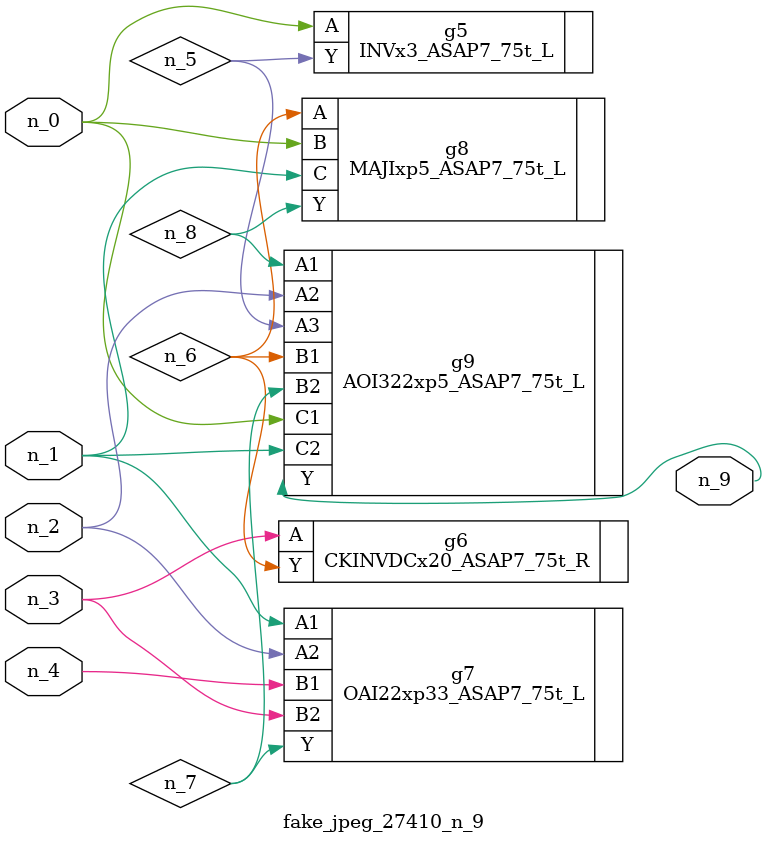
<source format=v>
module fake_jpeg_27410_n_9 (n_3, n_2, n_1, n_0, n_4, n_9);

input n_3;
input n_2;
input n_1;
input n_0;
input n_4;

output n_9;

wire n_8;
wire n_6;
wire n_5;
wire n_7;

INVx3_ASAP7_75t_L g5 ( 
.A(n_0),
.Y(n_5)
);

CKINVDCx20_ASAP7_75t_R g6 ( 
.A(n_3),
.Y(n_6)
);

OAI22xp33_ASAP7_75t_L g7 ( 
.A1(n_1),
.A2(n_2),
.B1(n_4),
.B2(n_3),
.Y(n_7)
);

MAJIxp5_ASAP7_75t_L g8 ( 
.A(n_6),
.B(n_0),
.C(n_1),
.Y(n_8)
);

AOI322xp5_ASAP7_75t_L g9 ( 
.A1(n_8),
.A2(n_2),
.A3(n_5),
.B1(n_6),
.B2(n_7),
.C1(n_0),
.C2(n_1),
.Y(n_9)
);


endmodule
</source>
